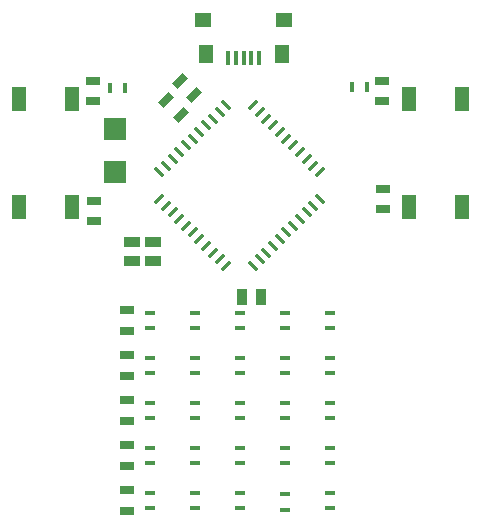
<source format=gbr>
%FSLAX23Y23*%
%MOIN*%
G04 EasyPC Gerber Version 17.0 Build 3379 *
%AMT104*0 Rectangle Pad at angle 45*21,1,0.01000,0.04200,0,0,45*%
%ADD104T104*%
%ADD114R,0.01352X0.03340*%
%ADD107R,0.01400X0.05100*%
%ADD102R,0.03340X0.01352*%
%ADD103R,0.05100X0.02600*%
%ADD112R,0.03200X0.05300*%
%ADD111R,0.05300X0.03200*%
%ADD108R,0.05100X0.05900*%
%ADD106R,0.05100X0.07900*%
%ADD109R,0.05300X0.04900*%
%ADD113R,0.07474X0.07474*%
%AMT105*0 Rectangle Pad at angle 135*21,1,0.01000,0.04200,0,0,135*%
%ADD105T105*%
%AMT110*0 Rectangle Pad at angle 135*21,1,0.02600,0.05100,0,0,135*%
%ADD110T110*%
X0Y0D02*
D02*
D102*
X926Y278D03*
Y330D03*
Y428D03*
Y480D03*
Y578D03*
Y630D03*
Y728D03*
Y780D03*
Y878D03*
Y930D03*
X1076Y278D03*
Y330D03*
Y428D03*
Y480D03*
Y578D03*
Y630D03*
Y728D03*
Y780D03*
Y878D03*
Y930D03*
X1226Y278D03*
Y330D03*
Y428D03*
Y480D03*
Y578D03*
Y630D03*
Y728D03*
Y780D03*
Y878D03*
Y930D03*
X1376Y273D03*
Y325D03*
Y428D03*
Y480D03*
Y578D03*
Y630D03*
Y728D03*
Y780D03*
Y878D03*
Y930D03*
X1526Y278D03*
Y330D03*
Y428D03*
Y480D03*
Y578D03*
Y630D03*
Y728D03*
Y780D03*
Y878D03*
Y930D03*
D02*
D103*
X736Y1636D03*
Y1703D03*
X742Y1237D03*
Y1304D03*
X851Y271D03*
Y338D03*
Y421D03*
Y488D03*
Y571D03*
Y638D03*
Y721D03*
Y788D03*
Y871D03*
Y938D03*
X1701Y1636D03*
Y1703D03*
X1703Y1276D03*
Y1343D03*
D02*
D104*
X958Y1399D03*
X980Y1421D03*
X1003Y1444D03*
X1025Y1466D03*
X1047Y1488D03*
X1069Y1510D03*
X1092Y1533D03*
X1114Y1555D03*
X1136Y1577D03*
X1159Y1599D03*
X1181Y1622D03*
X1271Y1086D03*
X1293Y1109D03*
X1315Y1131D03*
X1337Y1153D03*
X1360Y1176D03*
X1382Y1198D03*
X1404Y1220D03*
X1427Y1242D03*
X1449Y1265D03*
X1471Y1287D03*
X1493Y1309D03*
D02*
D105*
X958D03*
X980Y1287D03*
X1003Y1265D03*
X1025Y1242D03*
X1047Y1220D03*
X1069Y1198D03*
X1092Y1176D03*
X1114Y1153D03*
X1136Y1131D03*
X1159Y1109D03*
X1181Y1086D03*
X1271Y1622D03*
X1293Y1599D03*
X1315Y1577D03*
X1337Y1555D03*
X1360Y1533D03*
X1382Y1510D03*
X1404Y1488D03*
X1427Y1466D03*
X1449Y1444D03*
X1471Y1421D03*
X1493Y1399D03*
D02*
D106*
X491Y1284D03*
Y1642D03*
X668Y1284D03*
Y1642D03*
X1791Y1284D03*
Y1642D03*
X1968Y1284D03*
Y1642D03*
D02*
D107*
X1188Y1779D03*
X1214D03*
X1240D03*
X1265D03*
X1291D03*
D02*
D108*
X1114Y1794D03*
X1366D03*
D02*
D109*
X1105Y1906D03*
X1375D03*
D02*
D110*
X982Y1638D03*
X1027Y1703D03*
X1029Y1590D03*
X1074Y1655D03*
D02*
D111*
X866Y1103D03*
Y1166D03*
X936Y1103D03*
Y1166D03*
D02*
D112*
X1234Y983D03*
X1297D03*
D02*
D113*
X809Y1400D03*
Y1542D03*
D02*
D114*
X794Y1678D03*
X845D03*
X1600Y1682D03*
X1651D03*
X0Y0D02*
M02*

</source>
